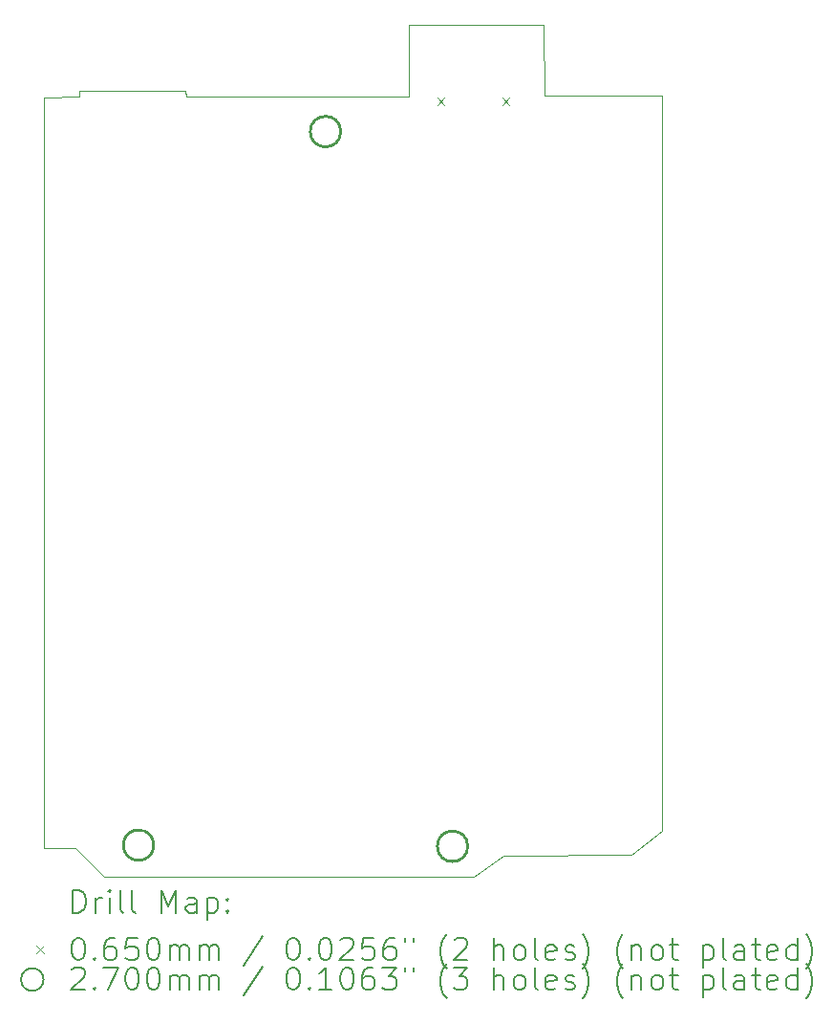
<source format=gbr>
%TF.GenerationSoftware,KiCad,Pcbnew,7.0.10*%
%TF.CreationDate,2024-01-30T02:56:00+05:30*%
%TF.ProjectId,rp2040-basic-m1,72703230-3430-42d6-9261-7369632d6d31,rev?*%
%TF.SameCoordinates,Original*%
%TF.FileFunction,Drillmap*%
%TF.FilePolarity,Positive*%
%FSLAX45Y45*%
G04 Gerber Fmt 4.5, Leading zero omitted, Abs format (unit mm)*
G04 Created by KiCad (PCBNEW 7.0.10) date 2024-01-30 02:56:00*
%MOMM*%
%LPD*%
G01*
G04 APERTURE LIST*
%ADD10C,0.100000*%
%ADD11C,0.200000*%
%ADD12C,0.270000*%
G04 APERTURE END LIST*
D10*
X8398000Y-2113050D02*
X8401000Y-2164050D01*
X11573000Y-1530050D02*
X11574000Y-2161050D01*
X7454000Y-2168050D02*
X7455000Y-2114050D01*
X7143000Y-8821050D02*
X7144000Y-2171050D01*
X12620000Y-8670000D02*
X12352500Y-8883000D01*
X10949000Y-9075050D02*
X7674000Y-9076050D01*
X7455000Y-2114050D02*
X8398000Y-2113050D01*
X11212500Y-8885000D02*
X10949000Y-9075050D01*
X8401000Y-2164050D02*
X10375000Y-2165050D01*
X10379000Y-1534050D02*
X11573000Y-1530050D01*
X10375000Y-2165050D02*
X10379000Y-1534050D01*
X7419000Y-8823050D02*
X7143000Y-8821050D01*
X7674000Y-9076050D02*
X7419000Y-8823050D01*
X12352500Y-8883000D02*
X11212500Y-8885000D01*
X11574000Y-2161050D02*
X12620000Y-2160000D01*
X12620000Y-2160000D02*
X12620000Y-8670000D01*
X7144000Y-2171050D02*
X7454000Y-2168050D01*
D11*
D10*
X10626000Y-2176550D02*
X10691000Y-2241550D01*
X10691000Y-2176550D02*
X10626000Y-2241550D01*
X11204000Y-2176550D02*
X11269000Y-2241550D01*
X11269000Y-2176550D02*
X11204000Y-2241550D01*
D12*
X8115000Y-8795000D02*
G75*
G03*
X7845000Y-8795000I-135000J0D01*
G01*
X7845000Y-8795000D02*
G75*
G03*
X8115000Y-8795000I135000J0D01*
G01*
X9772000Y-2476050D02*
G75*
G03*
X9502000Y-2476050I-135000J0D01*
G01*
X9502000Y-2476050D02*
G75*
G03*
X9772000Y-2476050I135000J0D01*
G01*
X10898000Y-8805050D02*
G75*
G03*
X10628000Y-8805050I-135000J0D01*
G01*
X10628000Y-8805050D02*
G75*
G03*
X10898000Y-8805050I135000J0D01*
G01*
D11*
X7398777Y-9392534D02*
X7398777Y-9192534D01*
X7398777Y-9192534D02*
X7446396Y-9192534D01*
X7446396Y-9192534D02*
X7474967Y-9202058D01*
X7474967Y-9202058D02*
X7494015Y-9221105D01*
X7494015Y-9221105D02*
X7503539Y-9240153D01*
X7503539Y-9240153D02*
X7513062Y-9278248D01*
X7513062Y-9278248D02*
X7513062Y-9306820D01*
X7513062Y-9306820D02*
X7503539Y-9344915D01*
X7503539Y-9344915D02*
X7494015Y-9363962D01*
X7494015Y-9363962D02*
X7474967Y-9383010D01*
X7474967Y-9383010D02*
X7446396Y-9392534D01*
X7446396Y-9392534D02*
X7398777Y-9392534D01*
X7598777Y-9392534D02*
X7598777Y-9259200D01*
X7598777Y-9297296D02*
X7608301Y-9278248D01*
X7608301Y-9278248D02*
X7617824Y-9268724D01*
X7617824Y-9268724D02*
X7636872Y-9259200D01*
X7636872Y-9259200D02*
X7655920Y-9259200D01*
X7722586Y-9392534D02*
X7722586Y-9259200D01*
X7722586Y-9192534D02*
X7713062Y-9202058D01*
X7713062Y-9202058D02*
X7722586Y-9211581D01*
X7722586Y-9211581D02*
X7732110Y-9202058D01*
X7732110Y-9202058D02*
X7722586Y-9192534D01*
X7722586Y-9192534D02*
X7722586Y-9211581D01*
X7846396Y-9392534D02*
X7827348Y-9383010D01*
X7827348Y-9383010D02*
X7817824Y-9363962D01*
X7817824Y-9363962D02*
X7817824Y-9192534D01*
X7951158Y-9392534D02*
X7932110Y-9383010D01*
X7932110Y-9383010D02*
X7922586Y-9363962D01*
X7922586Y-9363962D02*
X7922586Y-9192534D01*
X8179729Y-9392534D02*
X8179729Y-9192534D01*
X8179729Y-9192534D02*
X8246396Y-9335391D01*
X8246396Y-9335391D02*
X8313062Y-9192534D01*
X8313062Y-9192534D02*
X8313062Y-9392534D01*
X8494015Y-9392534D02*
X8494015Y-9287772D01*
X8494015Y-9287772D02*
X8484491Y-9268724D01*
X8484491Y-9268724D02*
X8465444Y-9259200D01*
X8465444Y-9259200D02*
X8427348Y-9259200D01*
X8427348Y-9259200D02*
X8408301Y-9268724D01*
X8494015Y-9383010D02*
X8474967Y-9392534D01*
X8474967Y-9392534D02*
X8427348Y-9392534D01*
X8427348Y-9392534D02*
X8408301Y-9383010D01*
X8408301Y-9383010D02*
X8398777Y-9363962D01*
X8398777Y-9363962D02*
X8398777Y-9344915D01*
X8398777Y-9344915D02*
X8408301Y-9325867D01*
X8408301Y-9325867D02*
X8427348Y-9316343D01*
X8427348Y-9316343D02*
X8474967Y-9316343D01*
X8474967Y-9316343D02*
X8494015Y-9306820D01*
X8589253Y-9259200D02*
X8589253Y-9459200D01*
X8589253Y-9268724D02*
X8608301Y-9259200D01*
X8608301Y-9259200D02*
X8646396Y-9259200D01*
X8646396Y-9259200D02*
X8665444Y-9268724D01*
X8665444Y-9268724D02*
X8674967Y-9278248D01*
X8674967Y-9278248D02*
X8684491Y-9297296D01*
X8684491Y-9297296D02*
X8684491Y-9354439D01*
X8684491Y-9354439D02*
X8674967Y-9373486D01*
X8674967Y-9373486D02*
X8665444Y-9383010D01*
X8665444Y-9383010D02*
X8646396Y-9392534D01*
X8646396Y-9392534D02*
X8608301Y-9392534D01*
X8608301Y-9392534D02*
X8589253Y-9383010D01*
X8770205Y-9373486D02*
X8779729Y-9383010D01*
X8779729Y-9383010D02*
X8770205Y-9392534D01*
X8770205Y-9392534D02*
X8760682Y-9383010D01*
X8760682Y-9383010D02*
X8770205Y-9373486D01*
X8770205Y-9373486D02*
X8770205Y-9392534D01*
X8770205Y-9268724D02*
X8779729Y-9278248D01*
X8779729Y-9278248D02*
X8770205Y-9287772D01*
X8770205Y-9287772D02*
X8760682Y-9278248D01*
X8760682Y-9278248D02*
X8770205Y-9268724D01*
X8770205Y-9268724D02*
X8770205Y-9287772D01*
D10*
X7073000Y-9688550D02*
X7138000Y-9753550D01*
X7138000Y-9688550D02*
X7073000Y-9753550D01*
D11*
X7436872Y-9612534D02*
X7455920Y-9612534D01*
X7455920Y-9612534D02*
X7474967Y-9622058D01*
X7474967Y-9622058D02*
X7484491Y-9631581D01*
X7484491Y-9631581D02*
X7494015Y-9650629D01*
X7494015Y-9650629D02*
X7503539Y-9688724D01*
X7503539Y-9688724D02*
X7503539Y-9736343D01*
X7503539Y-9736343D02*
X7494015Y-9774439D01*
X7494015Y-9774439D02*
X7484491Y-9793486D01*
X7484491Y-9793486D02*
X7474967Y-9803010D01*
X7474967Y-9803010D02*
X7455920Y-9812534D01*
X7455920Y-9812534D02*
X7436872Y-9812534D01*
X7436872Y-9812534D02*
X7417824Y-9803010D01*
X7417824Y-9803010D02*
X7408301Y-9793486D01*
X7408301Y-9793486D02*
X7398777Y-9774439D01*
X7398777Y-9774439D02*
X7389253Y-9736343D01*
X7389253Y-9736343D02*
X7389253Y-9688724D01*
X7389253Y-9688724D02*
X7398777Y-9650629D01*
X7398777Y-9650629D02*
X7408301Y-9631581D01*
X7408301Y-9631581D02*
X7417824Y-9622058D01*
X7417824Y-9622058D02*
X7436872Y-9612534D01*
X7589253Y-9793486D02*
X7598777Y-9803010D01*
X7598777Y-9803010D02*
X7589253Y-9812534D01*
X7589253Y-9812534D02*
X7579729Y-9803010D01*
X7579729Y-9803010D02*
X7589253Y-9793486D01*
X7589253Y-9793486D02*
X7589253Y-9812534D01*
X7770205Y-9612534D02*
X7732110Y-9612534D01*
X7732110Y-9612534D02*
X7713062Y-9622058D01*
X7713062Y-9622058D02*
X7703539Y-9631581D01*
X7703539Y-9631581D02*
X7684491Y-9660153D01*
X7684491Y-9660153D02*
X7674967Y-9698248D01*
X7674967Y-9698248D02*
X7674967Y-9774439D01*
X7674967Y-9774439D02*
X7684491Y-9793486D01*
X7684491Y-9793486D02*
X7694015Y-9803010D01*
X7694015Y-9803010D02*
X7713062Y-9812534D01*
X7713062Y-9812534D02*
X7751158Y-9812534D01*
X7751158Y-9812534D02*
X7770205Y-9803010D01*
X7770205Y-9803010D02*
X7779729Y-9793486D01*
X7779729Y-9793486D02*
X7789253Y-9774439D01*
X7789253Y-9774439D02*
X7789253Y-9726820D01*
X7789253Y-9726820D02*
X7779729Y-9707772D01*
X7779729Y-9707772D02*
X7770205Y-9698248D01*
X7770205Y-9698248D02*
X7751158Y-9688724D01*
X7751158Y-9688724D02*
X7713062Y-9688724D01*
X7713062Y-9688724D02*
X7694015Y-9698248D01*
X7694015Y-9698248D02*
X7684491Y-9707772D01*
X7684491Y-9707772D02*
X7674967Y-9726820D01*
X7970205Y-9612534D02*
X7874967Y-9612534D01*
X7874967Y-9612534D02*
X7865443Y-9707772D01*
X7865443Y-9707772D02*
X7874967Y-9698248D01*
X7874967Y-9698248D02*
X7894015Y-9688724D01*
X7894015Y-9688724D02*
X7941634Y-9688724D01*
X7941634Y-9688724D02*
X7960682Y-9698248D01*
X7960682Y-9698248D02*
X7970205Y-9707772D01*
X7970205Y-9707772D02*
X7979729Y-9726820D01*
X7979729Y-9726820D02*
X7979729Y-9774439D01*
X7979729Y-9774439D02*
X7970205Y-9793486D01*
X7970205Y-9793486D02*
X7960682Y-9803010D01*
X7960682Y-9803010D02*
X7941634Y-9812534D01*
X7941634Y-9812534D02*
X7894015Y-9812534D01*
X7894015Y-9812534D02*
X7874967Y-9803010D01*
X7874967Y-9803010D02*
X7865443Y-9793486D01*
X8103539Y-9612534D02*
X8122586Y-9612534D01*
X8122586Y-9612534D02*
X8141634Y-9622058D01*
X8141634Y-9622058D02*
X8151158Y-9631581D01*
X8151158Y-9631581D02*
X8160682Y-9650629D01*
X8160682Y-9650629D02*
X8170205Y-9688724D01*
X8170205Y-9688724D02*
X8170205Y-9736343D01*
X8170205Y-9736343D02*
X8160682Y-9774439D01*
X8160682Y-9774439D02*
X8151158Y-9793486D01*
X8151158Y-9793486D02*
X8141634Y-9803010D01*
X8141634Y-9803010D02*
X8122586Y-9812534D01*
X8122586Y-9812534D02*
X8103539Y-9812534D01*
X8103539Y-9812534D02*
X8084491Y-9803010D01*
X8084491Y-9803010D02*
X8074967Y-9793486D01*
X8074967Y-9793486D02*
X8065443Y-9774439D01*
X8065443Y-9774439D02*
X8055920Y-9736343D01*
X8055920Y-9736343D02*
X8055920Y-9688724D01*
X8055920Y-9688724D02*
X8065443Y-9650629D01*
X8065443Y-9650629D02*
X8074967Y-9631581D01*
X8074967Y-9631581D02*
X8084491Y-9622058D01*
X8084491Y-9622058D02*
X8103539Y-9612534D01*
X8255920Y-9812534D02*
X8255920Y-9679200D01*
X8255920Y-9698248D02*
X8265443Y-9688724D01*
X8265443Y-9688724D02*
X8284491Y-9679200D01*
X8284491Y-9679200D02*
X8313063Y-9679200D01*
X8313063Y-9679200D02*
X8332110Y-9688724D01*
X8332110Y-9688724D02*
X8341634Y-9707772D01*
X8341634Y-9707772D02*
X8341634Y-9812534D01*
X8341634Y-9707772D02*
X8351158Y-9688724D01*
X8351158Y-9688724D02*
X8370205Y-9679200D01*
X8370205Y-9679200D02*
X8398777Y-9679200D01*
X8398777Y-9679200D02*
X8417825Y-9688724D01*
X8417825Y-9688724D02*
X8427348Y-9707772D01*
X8427348Y-9707772D02*
X8427348Y-9812534D01*
X8522586Y-9812534D02*
X8522586Y-9679200D01*
X8522586Y-9698248D02*
X8532110Y-9688724D01*
X8532110Y-9688724D02*
X8551158Y-9679200D01*
X8551158Y-9679200D02*
X8579729Y-9679200D01*
X8579729Y-9679200D02*
X8598777Y-9688724D01*
X8598777Y-9688724D02*
X8608301Y-9707772D01*
X8608301Y-9707772D02*
X8608301Y-9812534D01*
X8608301Y-9707772D02*
X8617825Y-9688724D01*
X8617825Y-9688724D02*
X8636872Y-9679200D01*
X8636872Y-9679200D02*
X8665444Y-9679200D01*
X8665444Y-9679200D02*
X8684491Y-9688724D01*
X8684491Y-9688724D02*
X8694015Y-9707772D01*
X8694015Y-9707772D02*
X8694015Y-9812534D01*
X9084491Y-9603010D02*
X8913063Y-9860153D01*
X9341634Y-9612534D02*
X9360682Y-9612534D01*
X9360682Y-9612534D02*
X9379729Y-9622058D01*
X9379729Y-9622058D02*
X9389253Y-9631581D01*
X9389253Y-9631581D02*
X9398777Y-9650629D01*
X9398777Y-9650629D02*
X9408301Y-9688724D01*
X9408301Y-9688724D02*
X9408301Y-9736343D01*
X9408301Y-9736343D02*
X9398777Y-9774439D01*
X9398777Y-9774439D02*
X9389253Y-9793486D01*
X9389253Y-9793486D02*
X9379729Y-9803010D01*
X9379729Y-9803010D02*
X9360682Y-9812534D01*
X9360682Y-9812534D02*
X9341634Y-9812534D01*
X9341634Y-9812534D02*
X9322587Y-9803010D01*
X9322587Y-9803010D02*
X9313063Y-9793486D01*
X9313063Y-9793486D02*
X9303539Y-9774439D01*
X9303539Y-9774439D02*
X9294015Y-9736343D01*
X9294015Y-9736343D02*
X9294015Y-9688724D01*
X9294015Y-9688724D02*
X9303539Y-9650629D01*
X9303539Y-9650629D02*
X9313063Y-9631581D01*
X9313063Y-9631581D02*
X9322587Y-9622058D01*
X9322587Y-9622058D02*
X9341634Y-9612534D01*
X9494015Y-9793486D02*
X9503539Y-9803010D01*
X9503539Y-9803010D02*
X9494015Y-9812534D01*
X9494015Y-9812534D02*
X9484491Y-9803010D01*
X9484491Y-9803010D02*
X9494015Y-9793486D01*
X9494015Y-9793486D02*
X9494015Y-9812534D01*
X9627348Y-9612534D02*
X9646396Y-9612534D01*
X9646396Y-9612534D02*
X9665444Y-9622058D01*
X9665444Y-9622058D02*
X9674968Y-9631581D01*
X9674968Y-9631581D02*
X9684491Y-9650629D01*
X9684491Y-9650629D02*
X9694015Y-9688724D01*
X9694015Y-9688724D02*
X9694015Y-9736343D01*
X9694015Y-9736343D02*
X9684491Y-9774439D01*
X9684491Y-9774439D02*
X9674968Y-9793486D01*
X9674968Y-9793486D02*
X9665444Y-9803010D01*
X9665444Y-9803010D02*
X9646396Y-9812534D01*
X9646396Y-9812534D02*
X9627348Y-9812534D01*
X9627348Y-9812534D02*
X9608301Y-9803010D01*
X9608301Y-9803010D02*
X9598777Y-9793486D01*
X9598777Y-9793486D02*
X9589253Y-9774439D01*
X9589253Y-9774439D02*
X9579729Y-9736343D01*
X9579729Y-9736343D02*
X9579729Y-9688724D01*
X9579729Y-9688724D02*
X9589253Y-9650629D01*
X9589253Y-9650629D02*
X9598777Y-9631581D01*
X9598777Y-9631581D02*
X9608301Y-9622058D01*
X9608301Y-9622058D02*
X9627348Y-9612534D01*
X9770206Y-9631581D02*
X9779729Y-9622058D01*
X9779729Y-9622058D02*
X9798777Y-9612534D01*
X9798777Y-9612534D02*
X9846396Y-9612534D01*
X9846396Y-9612534D02*
X9865444Y-9622058D01*
X9865444Y-9622058D02*
X9874968Y-9631581D01*
X9874968Y-9631581D02*
X9884491Y-9650629D01*
X9884491Y-9650629D02*
X9884491Y-9669677D01*
X9884491Y-9669677D02*
X9874968Y-9698248D01*
X9874968Y-9698248D02*
X9760682Y-9812534D01*
X9760682Y-9812534D02*
X9884491Y-9812534D01*
X10065444Y-9612534D02*
X9970206Y-9612534D01*
X9970206Y-9612534D02*
X9960682Y-9707772D01*
X9960682Y-9707772D02*
X9970206Y-9698248D01*
X9970206Y-9698248D02*
X9989253Y-9688724D01*
X9989253Y-9688724D02*
X10036872Y-9688724D01*
X10036872Y-9688724D02*
X10055920Y-9698248D01*
X10055920Y-9698248D02*
X10065444Y-9707772D01*
X10065444Y-9707772D02*
X10074968Y-9726820D01*
X10074968Y-9726820D02*
X10074968Y-9774439D01*
X10074968Y-9774439D02*
X10065444Y-9793486D01*
X10065444Y-9793486D02*
X10055920Y-9803010D01*
X10055920Y-9803010D02*
X10036872Y-9812534D01*
X10036872Y-9812534D02*
X9989253Y-9812534D01*
X9989253Y-9812534D02*
X9970206Y-9803010D01*
X9970206Y-9803010D02*
X9960682Y-9793486D01*
X10246396Y-9612534D02*
X10208301Y-9612534D01*
X10208301Y-9612534D02*
X10189253Y-9622058D01*
X10189253Y-9622058D02*
X10179729Y-9631581D01*
X10179729Y-9631581D02*
X10160682Y-9660153D01*
X10160682Y-9660153D02*
X10151158Y-9698248D01*
X10151158Y-9698248D02*
X10151158Y-9774439D01*
X10151158Y-9774439D02*
X10160682Y-9793486D01*
X10160682Y-9793486D02*
X10170206Y-9803010D01*
X10170206Y-9803010D02*
X10189253Y-9812534D01*
X10189253Y-9812534D02*
X10227349Y-9812534D01*
X10227349Y-9812534D02*
X10246396Y-9803010D01*
X10246396Y-9803010D02*
X10255920Y-9793486D01*
X10255920Y-9793486D02*
X10265444Y-9774439D01*
X10265444Y-9774439D02*
X10265444Y-9726820D01*
X10265444Y-9726820D02*
X10255920Y-9707772D01*
X10255920Y-9707772D02*
X10246396Y-9698248D01*
X10246396Y-9698248D02*
X10227349Y-9688724D01*
X10227349Y-9688724D02*
X10189253Y-9688724D01*
X10189253Y-9688724D02*
X10170206Y-9698248D01*
X10170206Y-9698248D02*
X10160682Y-9707772D01*
X10160682Y-9707772D02*
X10151158Y-9726820D01*
X10341634Y-9612534D02*
X10341634Y-9650629D01*
X10417825Y-9612534D02*
X10417825Y-9650629D01*
X10713063Y-9888724D02*
X10703539Y-9879200D01*
X10703539Y-9879200D02*
X10684491Y-9850629D01*
X10684491Y-9850629D02*
X10674968Y-9831581D01*
X10674968Y-9831581D02*
X10665444Y-9803010D01*
X10665444Y-9803010D02*
X10655920Y-9755391D01*
X10655920Y-9755391D02*
X10655920Y-9717296D01*
X10655920Y-9717296D02*
X10665444Y-9669677D01*
X10665444Y-9669677D02*
X10674968Y-9641105D01*
X10674968Y-9641105D02*
X10684491Y-9622058D01*
X10684491Y-9622058D02*
X10703539Y-9593486D01*
X10703539Y-9593486D02*
X10713063Y-9583962D01*
X10779730Y-9631581D02*
X10789253Y-9622058D01*
X10789253Y-9622058D02*
X10808301Y-9612534D01*
X10808301Y-9612534D02*
X10855920Y-9612534D01*
X10855920Y-9612534D02*
X10874968Y-9622058D01*
X10874968Y-9622058D02*
X10884491Y-9631581D01*
X10884491Y-9631581D02*
X10894015Y-9650629D01*
X10894015Y-9650629D02*
X10894015Y-9669677D01*
X10894015Y-9669677D02*
X10884491Y-9698248D01*
X10884491Y-9698248D02*
X10770206Y-9812534D01*
X10770206Y-9812534D02*
X10894015Y-9812534D01*
X11132111Y-9812534D02*
X11132111Y-9612534D01*
X11217825Y-9812534D02*
X11217825Y-9707772D01*
X11217825Y-9707772D02*
X11208301Y-9688724D01*
X11208301Y-9688724D02*
X11189253Y-9679200D01*
X11189253Y-9679200D02*
X11160682Y-9679200D01*
X11160682Y-9679200D02*
X11141634Y-9688724D01*
X11141634Y-9688724D02*
X11132111Y-9698248D01*
X11341634Y-9812534D02*
X11322587Y-9803010D01*
X11322587Y-9803010D02*
X11313063Y-9793486D01*
X11313063Y-9793486D02*
X11303539Y-9774439D01*
X11303539Y-9774439D02*
X11303539Y-9717296D01*
X11303539Y-9717296D02*
X11313063Y-9698248D01*
X11313063Y-9698248D02*
X11322587Y-9688724D01*
X11322587Y-9688724D02*
X11341634Y-9679200D01*
X11341634Y-9679200D02*
X11370206Y-9679200D01*
X11370206Y-9679200D02*
X11389253Y-9688724D01*
X11389253Y-9688724D02*
X11398777Y-9698248D01*
X11398777Y-9698248D02*
X11408301Y-9717296D01*
X11408301Y-9717296D02*
X11408301Y-9774439D01*
X11408301Y-9774439D02*
X11398777Y-9793486D01*
X11398777Y-9793486D02*
X11389253Y-9803010D01*
X11389253Y-9803010D02*
X11370206Y-9812534D01*
X11370206Y-9812534D02*
X11341634Y-9812534D01*
X11522587Y-9812534D02*
X11503539Y-9803010D01*
X11503539Y-9803010D02*
X11494015Y-9783962D01*
X11494015Y-9783962D02*
X11494015Y-9612534D01*
X11674968Y-9803010D02*
X11655920Y-9812534D01*
X11655920Y-9812534D02*
X11617825Y-9812534D01*
X11617825Y-9812534D02*
X11598777Y-9803010D01*
X11598777Y-9803010D02*
X11589253Y-9783962D01*
X11589253Y-9783962D02*
X11589253Y-9707772D01*
X11589253Y-9707772D02*
X11598777Y-9688724D01*
X11598777Y-9688724D02*
X11617825Y-9679200D01*
X11617825Y-9679200D02*
X11655920Y-9679200D01*
X11655920Y-9679200D02*
X11674968Y-9688724D01*
X11674968Y-9688724D02*
X11684491Y-9707772D01*
X11684491Y-9707772D02*
X11684491Y-9726820D01*
X11684491Y-9726820D02*
X11589253Y-9745867D01*
X11760682Y-9803010D02*
X11779730Y-9812534D01*
X11779730Y-9812534D02*
X11817825Y-9812534D01*
X11817825Y-9812534D02*
X11836872Y-9803010D01*
X11836872Y-9803010D02*
X11846396Y-9783962D01*
X11846396Y-9783962D02*
X11846396Y-9774439D01*
X11846396Y-9774439D02*
X11836872Y-9755391D01*
X11836872Y-9755391D02*
X11817825Y-9745867D01*
X11817825Y-9745867D02*
X11789253Y-9745867D01*
X11789253Y-9745867D02*
X11770206Y-9736343D01*
X11770206Y-9736343D02*
X11760682Y-9717296D01*
X11760682Y-9717296D02*
X11760682Y-9707772D01*
X11760682Y-9707772D02*
X11770206Y-9688724D01*
X11770206Y-9688724D02*
X11789253Y-9679200D01*
X11789253Y-9679200D02*
X11817825Y-9679200D01*
X11817825Y-9679200D02*
X11836872Y-9688724D01*
X11913063Y-9888724D02*
X11922587Y-9879200D01*
X11922587Y-9879200D02*
X11941634Y-9850629D01*
X11941634Y-9850629D02*
X11951158Y-9831581D01*
X11951158Y-9831581D02*
X11960682Y-9803010D01*
X11960682Y-9803010D02*
X11970206Y-9755391D01*
X11970206Y-9755391D02*
X11970206Y-9717296D01*
X11970206Y-9717296D02*
X11960682Y-9669677D01*
X11960682Y-9669677D02*
X11951158Y-9641105D01*
X11951158Y-9641105D02*
X11941634Y-9622058D01*
X11941634Y-9622058D02*
X11922587Y-9593486D01*
X11922587Y-9593486D02*
X11913063Y-9583962D01*
X12274968Y-9888724D02*
X12265444Y-9879200D01*
X12265444Y-9879200D02*
X12246396Y-9850629D01*
X12246396Y-9850629D02*
X12236872Y-9831581D01*
X12236872Y-9831581D02*
X12227349Y-9803010D01*
X12227349Y-9803010D02*
X12217825Y-9755391D01*
X12217825Y-9755391D02*
X12217825Y-9717296D01*
X12217825Y-9717296D02*
X12227349Y-9669677D01*
X12227349Y-9669677D02*
X12236872Y-9641105D01*
X12236872Y-9641105D02*
X12246396Y-9622058D01*
X12246396Y-9622058D02*
X12265444Y-9593486D01*
X12265444Y-9593486D02*
X12274968Y-9583962D01*
X12351158Y-9679200D02*
X12351158Y-9812534D01*
X12351158Y-9698248D02*
X12360682Y-9688724D01*
X12360682Y-9688724D02*
X12379730Y-9679200D01*
X12379730Y-9679200D02*
X12408301Y-9679200D01*
X12408301Y-9679200D02*
X12427349Y-9688724D01*
X12427349Y-9688724D02*
X12436872Y-9707772D01*
X12436872Y-9707772D02*
X12436872Y-9812534D01*
X12560682Y-9812534D02*
X12541634Y-9803010D01*
X12541634Y-9803010D02*
X12532111Y-9793486D01*
X12532111Y-9793486D02*
X12522587Y-9774439D01*
X12522587Y-9774439D02*
X12522587Y-9717296D01*
X12522587Y-9717296D02*
X12532111Y-9698248D01*
X12532111Y-9698248D02*
X12541634Y-9688724D01*
X12541634Y-9688724D02*
X12560682Y-9679200D01*
X12560682Y-9679200D02*
X12589253Y-9679200D01*
X12589253Y-9679200D02*
X12608301Y-9688724D01*
X12608301Y-9688724D02*
X12617825Y-9698248D01*
X12617825Y-9698248D02*
X12627349Y-9717296D01*
X12627349Y-9717296D02*
X12627349Y-9774439D01*
X12627349Y-9774439D02*
X12617825Y-9793486D01*
X12617825Y-9793486D02*
X12608301Y-9803010D01*
X12608301Y-9803010D02*
X12589253Y-9812534D01*
X12589253Y-9812534D02*
X12560682Y-9812534D01*
X12684492Y-9679200D02*
X12760682Y-9679200D01*
X12713063Y-9612534D02*
X12713063Y-9783962D01*
X12713063Y-9783962D02*
X12722587Y-9803010D01*
X12722587Y-9803010D02*
X12741634Y-9812534D01*
X12741634Y-9812534D02*
X12760682Y-9812534D01*
X12979730Y-9679200D02*
X12979730Y-9879200D01*
X12979730Y-9688724D02*
X12998777Y-9679200D01*
X12998777Y-9679200D02*
X13036873Y-9679200D01*
X13036873Y-9679200D02*
X13055920Y-9688724D01*
X13055920Y-9688724D02*
X13065444Y-9698248D01*
X13065444Y-9698248D02*
X13074968Y-9717296D01*
X13074968Y-9717296D02*
X13074968Y-9774439D01*
X13074968Y-9774439D02*
X13065444Y-9793486D01*
X13065444Y-9793486D02*
X13055920Y-9803010D01*
X13055920Y-9803010D02*
X13036873Y-9812534D01*
X13036873Y-9812534D02*
X12998777Y-9812534D01*
X12998777Y-9812534D02*
X12979730Y-9803010D01*
X13189253Y-9812534D02*
X13170206Y-9803010D01*
X13170206Y-9803010D02*
X13160682Y-9783962D01*
X13160682Y-9783962D02*
X13160682Y-9612534D01*
X13351158Y-9812534D02*
X13351158Y-9707772D01*
X13351158Y-9707772D02*
X13341634Y-9688724D01*
X13341634Y-9688724D02*
X13322587Y-9679200D01*
X13322587Y-9679200D02*
X13284492Y-9679200D01*
X13284492Y-9679200D02*
X13265444Y-9688724D01*
X13351158Y-9803010D02*
X13332111Y-9812534D01*
X13332111Y-9812534D02*
X13284492Y-9812534D01*
X13284492Y-9812534D02*
X13265444Y-9803010D01*
X13265444Y-9803010D02*
X13255920Y-9783962D01*
X13255920Y-9783962D02*
X13255920Y-9764915D01*
X13255920Y-9764915D02*
X13265444Y-9745867D01*
X13265444Y-9745867D02*
X13284492Y-9736343D01*
X13284492Y-9736343D02*
X13332111Y-9736343D01*
X13332111Y-9736343D02*
X13351158Y-9726820D01*
X13417825Y-9679200D02*
X13494015Y-9679200D01*
X13446396Y-9612534D02*
X13446396Y-9783962D01*
X13446396Y-9783962D02*
X13455920Y-9803010D01*
X13455920Y-9803010D02*
X13474968Y-9812534D01*
X13474968Y-9812534D02*
X13494015Y-9812534D01*
X13636873Y-9803010D02*
X13617825Y-9812534D01*
X13617825Y-9812534D02*
X13579730Y-9812534D01*
X13579730Y-9812534D02*
X13560682Y-9803010D01*
X13560682Y-9803010D02*
X13551158Y-9783962D01*
X13551158Y-9783962D02*
X13551158Y-9707772D01*
X13551158Y-9707772D02*
X13560682Y-9688724D01*
X13560682Y-9688724D02*
X13579730Y-9679200D01*
X13579730Y-9679200D02*
X13617825Y-9679200D01*
X13617825Y-9679200D02*
X13636873Y-9688724D01*
X13636873Y-9688724D02*
X13646396Y-9707772D01*
X13646396Y-9707772D02*
X13646396Y-9726820D01*
X13646396Y-9726820D02*
X13551158Y-9745867D01*
X13817825Y-9812534D02*
X13817825Y-9612534D01*
X13817825Y-9803010D02*
X13798777Y-9812534D01*
X13798777Y-9812534D02*
X13760682Y-9812534D01*
X13760682Y-9812534D02*
X13741634Y-9803010D01*
X13741634Y-9803010D02*
X13732111Y-9793486D01*
X13732111Y-9793486D02*
X13722587Y-9774439D01*
X13722587Y-9774439D02*
X13722587Y-9717296D01*
X13722587Y-9717296D02*
X13732111Y-9698248D01*
X13732111Y-9698248D02*
X13741634Y-9688724D01*
X13741634Y-9688724D02*
X13760682Y-9679200D01*
X13760682Y-9679200D02*
X13798777Y-9679200D01*
X13798777Y-9679200D02*
X13817825Y-9688724D01*
X13894015Y-9888724D02*
X13903539Y-9879200D01*
X13903539Y-9879200D02*
X13922587Y-9850629D01*
X13922587Y-9850629D02*
X13932111Y-9831581D01*
X13932111Y-9831581D02*
X13941634Y-9803010D01*
X13941634Y-9803010D02*
X13951158Y-9755391D01*
X13951158Y-9755391D02*
X13951158Y-9717296D01*
X13951158Y-9717296D02*
X13941634Y-9669677D01*
X13941634Y-9669677D02*
X13932111Y-9641105D01*
X13932111Y-9641105D02*
X13922587Y-9622058D01*
X13922587Y-9622058D02*
X13903539Y-9593486D01*
X13903539Y-9593486D02*
X13894015Y-9583962D01*
X7138000Y-9985050D02*
G75*
G03*
X6938000Y-9985050I-100000J0D01*
G01*
X6938000Y-9985050D02*
G75*
G03*
X7138000Y-9985050I100000J0D01*
G01*
X7389253Y-9895581D02*
X7398777Y-9886058D01*
X7398777Y-9886058D02*
X7417824Y-9876534D01*
X7417824Y-9876534D02*
X7465443Y-9876534D01*
X7465443Y-9876534D02*
X7484491Y-9886058D01*
X7484491Y-9886058D02*
X7494015Y-9895581D01*
X7494015Y-9895581D02*
X7503539Y-9914629D01*
X7503539Y-9914629D02*
X7503539Y-9933677D01*
X7503539Y-9933677D02*
X7494015Y-9962248D01*
X7494015Y-9962248D02*
X7379729Y-10076534D01*
X7379729Y-10076534D02*
X7503539Y-10076534D01*
X7589253Y-10057486D02*
X7598777Y-10067010D01*
X7598777Y-10067010D02*
X7589253Y-10076534D01*
X7589253Y-10076534D02*
X7579729Y-10067010D01*
X7579729Y-10067010D02*
X7589253Y-10057486D01*
X7589253Y-10057486D02*
X7589253Y-10076534D01*
X7665443Y-9876534D02*
X7798777Y-9876534D01*
X7798777Y-9876534D02*
X7713062Y-10076534D01*
X7913062Y-9876534D02*
X7932110Y-9876534D01*
X7932110Y-9876534D02*
X7951158Y-9886058D01*
X7951158Y-9886058D02*
X7960682Y-9895581D01*
X7960682Y-9895581D02*
X7970205Y-9914629D01*
X7970205Y-9914629D02*
X7979729Y-9952724D01*
X7979729Y-9952724D02*
X7979729Y-10000343D01*
X7979729Y-10000343D02*
X7970205Y-10038439D01*
X7970205Y-10038439D02*
X7960682Y-10057486D01*
X7960682Y-10057486D02*
X7951158Y-10067010D01*
X7951158Y-10067010D02*
X7932110Y-10076534D01*
X7932110Y-10076534D02*
X7913062Y-10076534D01*
X7913062Y-10076534D02*
X7894015Y-10067010D01*
X7894015Y-10067010D02*
X7884491Y-10057486D01*
X7884491Y-10057486D02*
X7874967Y-10038439D01*
X7874967Y-10038439D02*
X7865443Y-10000343D01*
X7865443Y-10000343D02*
X7865443Y-9952724D01*
X7865443Y-9952724D02*
X7874967Y-9914629D01*
X7874967Y-9914629D02*
X7884491Y-9895581D01*
X7884491Y-9895581D02*
X7894015Y-9886058D01*
X7894015Y-9886058D02*
X7913062Y-9876534D01*
X8103539Y-9876534D02*
X8122586Y-9876534D01*
X8122586Y-9876534D02*
X8141634Y-9886058D01*
X8141634Y-9886058D02*
X8151158Y-9895581D01*
X8151158Y-9895581D02*
X8160682Y-9914629D01*
X8160682Y-9914629D02*
X8170205Y-9952724D01*
X8170205Y-9952724D02*
X8170205Y-10000343D01*
X8170205Y-10000343D02*
X8160682Y-10038439D01*
X8160682Y-10038439D02*
X8151158Y-10057486D01*
X8151158Y-10057486D02*
X8141634Y-10067010D01*
X8141634Y-10067010D02*
X8122586Y-10076534D01*
X8122586Y-10076534D02*
X8103539Y-10076534D01*
X8103539Y-10076534D02*
X8084491Y-10067010D01*
X8084491Y-10067010D02*
X8074967Y-10057486D01*
X8074967Y-10057486D02*
X8065443Y-10038439D01*
X8065443Y-10038439D02*
X8055920Y-10000343D01*
X8055920Y-10000343D02*
X8055920Y-9952724D01*
X8055920Y-9952724D02*
X8065443Y-9914629D01*
X8065443Y-9914629D02*
X8074967Y-9895581D01*
X8074967Y-9895581D02*
X8084491Y-9886058D01*
X8084491Y-9886058D02*
X8103539Y-9876534D01*
X8255920Y-10076534D02*
X8255920Y-9943200D01*
X8255920Y-9962248D02*
X8265443Y-9952724D01*
X8265443Y-9952724D02*
X8284491Y-9943200D01*
X8284491Y-9943200D02*
X8313063Y-9943200D01*
X8313063Y-9943200D02*
X8332110Y-9952724D01*
X8332110Y-9952724D02*
X8341634Y-9971772D01*
X8341634Y-9971772D02*
X8341634Y-10076534D01*
X8341634Y-9971772D02*
X8351158Y-9952724D01*
X8351158Y-9952724D02*
X8370205Y-9943200D01*
X8370205Y-9943200D02*
X8398777Y-9943200D01*
X8398777Y-9943200D02*
X8417825Y-9952724D01*
X8417825Y-9952724D02*
X8427348Y-9971772D01*
X8427348Y-9971772D02*
X8427348Y-10076534D01*
X8522586Y-10076534D02*
X8522586Y-9943200D01*
X8522586Y-9962248D02*
X8532110Y-9952724D01*
X8532110Y-9952724D02*
X8551158Y-9943200D01*
X8551158Y-9943200D02*
X8579729Y-9943200D01*
X8579729Y-9943200D02*
X8598777Y-9952724D01*
X8598777Y-9952724D02*
X8608301Y-9971772D01*
X8608301Y-9971772D02*
X8608301Y-10076534D01*
X8608301Y-9971772D02*
X8617825Y-9952724D01*
X8617825Y-9952724D02*
X8636872Y-9943200D01*
X8636872Y-9943200D02*
X8665444Y-9943200D01*
X8665444Y-9943200D02*
X8684491Y-9952724D01*
X8684491Y-9952724D02*
X8694015Y-9971772D01*
X8694015Y-9971772D02*
X8694015Y-10076534D01*
X9084491Y-9867010D02*
X8913063Y-10124153D01*
X9341634Y-9876534D02*
X9360682Y-9876534D01*
X9360682Y-9876534D02*
X9379729Y-9886058D01*
X9379729Y-9886058D02*
X9389253Y-9895581D01*
X9389253Y-9895581D02*
X9398777Y-9914629D01*
X9398777Y-9914629D02*
X9408301Y-9952724D01*
X9408301Y-9952724D02*
X9408301Y-10000343D01*
X9408301Y-10000343D02*
X9398777Y-10038439D01*
X9398777Y-10038439D02*
X9389253Y-10057486D01*
X9389253Y-10057486D02*
X9379729Y-10067010D01*
X9379729Y-10067010D02*
X9360682Y-10076534D01*
X9360682Y-10076534D02*
X9341634Y-10076534D01*
X9341634Y-10076534D02*
X9322587Y-10067010D01*
X9322587Y-10067010D02*
X9313063Y-10057486D01*
X9313063Y-10057486D02*
X9303539Y-10038439D01*
X9303539Y-10038439D02*
X9294015Y-10000343D01*
X9294015Y-10000343D02*
X9294015Y-9952724D01*
X9294015Y-9952724D02*
X9303539Y-9914629D01*
X9303539Y-9914629D02*
X9313063Y-9895581D01*
X9313063Y-9895581D02*
X9322587Y-9886058D01*
X9322587Y-9886058D02*
X9341634Y-9876534D01*
X9494015Y-10057486D02*
X9503539Y-10067010D01*
X9503539Y-10067010D02*
X9494015Y-10076534D01*
X9494015Y-10076534D02*
X9484491Y-10067010D01*
X9484491Y-10067010D02*
X9494015Y-10057486D01*
X9494015Y-10057486D02*
X9494015Y-10076534D01*
X9694015Y-10076534D02*
X9579729Y-10076534D01*
X9636872Y-10076534D02*
X9636872Y-9876534D01*
X9636872Y-9876534D02*
X9617825Y-9905105D01*
X9617825Y-9905105D02*
X9598777Y-9924153D01*
X9598777Y-9924153D02*
X9579729Y-9933677D01*
X9817825Y-9876534D02*
X9836872Y-9876534D01*
X9836872Y-9876534D02*
X9855920Y-9886058D01*
X9855920Y-9886058D02*
X9865444Y-9895581D01*
X9865444Y-9895581D02*
X9874968Y-9914629D01*
X9874968Y-9914629D02*
X9884491Y-9952724D01*
X9884491Y-9952724D02*
X9884491Y-10000343D01*
X9884491Y-10000343D02*
X9874968Y-10038439D01*
X9874968Y-10038439D02*
X9865444Y-10057486D01*
X9865444Y-10057486D02*
X9855920Y-10067010D01*
X9855920Y-10067010D02*
X9836872Y-10076534D01*
X9836872Y-10076534D02*
X9817825Y-10076534D01*
X9817825Y-10076534D02*
X9798777Y-10067010D01*
X9798777Y-10067010D02*
X9789253Y-10057486D01*
X9789253Y-10057486D02*
X9779729Y-10038439D01*
X9779729Y-10038439D02*
X9770206Y-10000343D01*
X9770206Y-10000343D02*
X9770206Y-9952724D01*
X9770206Y-9952724D02*
X9779729Y-9914629D01*
X9779729Y-9914629D02*
X9789253Y-9895581D01*
X9789253Y-9895581D02*
X9798777Y-9886058D01*
X9798777Y-9886058D02*
X9817825Y-9876534D01*
X10055920Y-9876534D02*
X10017825Y-9876534D01*
X10017825Y-9876534D02*
X9998777Y-9886058D01*
X9998777Y-9886058D02*
X9989253Y-9895581D01*
X9989253Y-9895581D02*
X9970206Y-9924153D01*
X9970206Y-9924153D02*
X9960682Y-9962248D01*
X9960682Y-9962248D02*
X9960682Y-10038439D01*
X9960682Y-10038439D02*
X9970206Y-10057486D01*
X9970206Y-10057486D02*
X9979729Y-10067010D01*
X9979729Y-10067010D02*
X9998777Y-10076534D01*
X9998777Y-10076534D02*
X10036872Y-10076534D01*
X10036872Y-10076534D02*
X10055920Y-10067010D01*
X10055920Y-10067010D02*
X10065444Y-10057486D01*
X10065444Y-10057486D02*
X10074968Y-10038439D01*
X10074968Y-10038439D02*
X10074968Y-9990820D01*
X10074968Y-9990820D02*
X10065444Y-9971772D01*
X10065444Y-9971772D02*
X10055920Y-9962248D01*
X10055920Y-9962248D02*
X10036872Y-9952724D01*
X10036872Y-9952724D02*
X9998777Y-9952724D01*
X9998777Y-9952724D02*
X9979729Y-9962248D01*
X9979729Y-9962248D02*
X9970206Y-9971772D01*
X9970206Y-9971772D02*
X9960682Y-9990820D01*
X10141634Y-9876534D02*
X10265444Y-9876534D01*
X10265444Y-9876534D02*
X10198777Y-9952724D01*
X10198777Y-9952724D02*
X10227349Y-9952724D01*
X10227349Y-9952724D02*
X10246396Y-9962248D01*
X10246396Y-9962248D02*
X10255920Y-9971772D01*
X10255920Y-9971772D02*
X10265444Y-9990820D01*
X10265444Y-9990820D02*
X10265444Y-10038439D01*
X10265444Y-10038439D02*
X10255920Y-10057486D01*
X10255920Y-10057486D02*
X10246396Y-10067010D01*
X10246396Y-10067010D02*
X10227349Y-10076534D01*
X10227349Y-10076534D02*
X10170206Y-10076534D01*
X10170206Y-10076534D02*
X10151158Y-10067010D01*
X10151158Y-10067010D02*
X10141634Y-10057486D01*
X10341634Y-9876534D02*
X10341634Y-9914629D01*
X10417825Y-9876534D02*
X10417825Y-9914629D01*
X10713063Y-10152724D02*
X10703539Y-10143200D01*
X10703539Y-10143200D02*
X10684491Y-10114629D01*
X10684491Y-10114629D02*
X10674968Y-10095581D01*
X10674968Y-10095581D02*
X10665444Y-10067010D01*
X10665444Y-10067010D02*
X10655920Y-10019391D01*
X10655920Y-10019391D02*
X10655920Y-9981296D01*
X10655920Y-9981296D02*
X10665444Y-9933677D01*
X10665444Y-9933677D02*
X10674968Y-9905105D01*
X10674968Y-9905105D02*
X10684491Y-9886058D01*
X10684491Y-9886058D02*
X10703539Y-9857486D01*
X10703539Y-9857486D02*
X10713063Y-9847962D01*
X10770206Y-9876534D02*
X10894015Y-9876534D01*
X10894015Y-9876534D02*
X10827349Y-9952724D01*
X10827349Y-9952724D02*
X10855920Y-9952724D01*
X10855920Y-9952724D02*
X10874968Y-9962248D01*
X10874968Y-9962248D02*
X10884491Y-9971772D01*
X10884491Y-9971772D02*
X10894015Y-9990820D01*
X10894015Y-9990820D02*
X10894015Y-10038439D01*
X10894015Y-10038439D02*
X10884491Y-10057486D01*
X10884491Y-10057486D02*
X10874968Y-10067010D01*
X10874968Y-10067010D02*
X10855920Y-10076534D01*
X10855920Y-10076534D02*
X10798777Y-10076534D01*
X10798777Y-10076534D02*
X10779730Y-10067010D01*
X10779730Y-10067010D02*
X10770206Y-10057486D01*
X11132111Y-10076534D02*
X11132111Y-9876534D01*
X11217825Y-10076534D02*
X11217825Y-9971772D01*
X11217825Y-9971772D02*
X11208301Y-9952724D01*
X11208301Y-9952724D02*
X11189253Y-9943200D01*
X11189253Y-9943200D02*
X11160682Y-9943200D01*
X11160682Y-9943200D02*
X11141634Y-9952724D01*
X11141634Y-9952724D02*
X11132111Y-9962248D01*
X11341634Y-10076534D02*
X11322587Y-10067010D01*
X11322587Y-10067010D02*
X11313063Y-10057486D01*
X11313063Y-10057486D02*
X11303539Y-10038439D01*
X11303539Y-10038439D02*
X11303539Y-9981296D01*
X11303539Y-9981296D02*
X11313063Y-9962248D01*
X11313063Y-9962248D02*
X11322587Y-9952724D01*
X11322587Y-9952724D02*
X11341634Y-9943200D01*
X11341634Y-9943200D02*
X11370206Y-9943200D01*
X11370206Y-9943200D02*
X11389253Y-9952724D01*
X11389253Y-9952724D02*
X11398777Y-9962248D01*
X11398777Y-9962248D02*
X11408301Y-9981296D01*
X11408301Y-9981296D02*
X11408301Y-10038439D01*
X11408301Y-10038439D02*
X11398777Y-10057486D01*
X11398777Y-10057486D02*
X11389253Y-10067010D01*
X11389253Y-10067010D02*
X11370206Y-10076534D01*
X11370206Y-10076534D02*
X11341634Y-10076534D01*
X11522587Y-10076534D02*
X11503539Y-10067010D01*
X11503539Y-10067010D02*
X11494015Y-10047962D01*
X11494015Y-10047962D02*
X11494015Y-9876534D01*
X11674968Y-10067010D02*
X11655920Y-10076534D01*
X11655920Y-10076534D02*
X11617825Y-10076534D01*
X11617825Y-10076534D02*
X11598777Y-10067010D01*
X11598777Y-10067010D02*
X11589253Y-10047962D01*
X11589253Y-10047962D02*
X11589253Y-9971772D01*
X11589253Y-9971772D02*
X11598777Y-9952724D01*
X11598777Y-9952724D02*
X11617825Y-9943200D01*
X11617825Y-9943200D02*
X11655920Y-9943200D01*
X11655920Y-9943200D02*
X11674968Y-9952724D01*
X11674968Y-9952724D02*
X11684491Y-9971772D01*
X11684491Y-9971772D02*
X11684491Y-9990820D01*
X11684491Y-9990820D02*
X11589253Y-10009867D01*
X11760682Y-10067010D02*
X11779730Y-10076534D01*
X11779730Y-10076534D02*
X11817825Y-10076534D01*
X11817825Y-10076534D02*
X11836872Y-10067010D01*
X11836872Y-10067010D02*
X11846396Y-10047962D01*
X11846396Y-10047962D02*
X11846396Y-10038439D01*
X11846396Y-10038439D02*
X11836872Y-10019391D01*
X11836872Y-10019391D02*
X11817825Y-10009867D01*
X11817825Y-10009867D02*
X11789253Y-10009867D01*
X11789253Y-10009867D02*
X11770206Y-10000343D01*
X11770206Y-10000343D02*
X11760682Y-9981296D01*
X11760682Y-9981296D02*
X11760682Y-9971772D01*
X11760682Y-9971772D02*
X11770206Y-9952724D01*
X11770206Y-9952724D02*
X11789253Y-9943200D01*
X11789253Y-9943200D02*
X11817825Y-9943200D01*
X11817825Y-9943200D02*
X11836872Y-9952724D01*
X11913063Y-10152724D02*
X11922587Y-10143200D01*
X11922587Y-10143200D02*
X11941634Y-10114629D01*
X11941634Y-10114629D02*
X11951158Y-10095581D01*
X11951158Y-10095581D02*
X11960682Y-10067010D01*
X11960682Y-10067010D02*
X11970206Y-10019391D01*
X11970206Y-10019391D02*
X11970206Y-9981296D01*
X11970206Y-9981296D02*
X11960682Y-9933677D01*
X11960682Y-9933677D02*
X11951158Y-9905105D01*
X11951158Y-9905105D02*
X11941634Y-9886058D01*
X11941634Y-9886058D02*
X11922587Y-9857486D01*
X11922587Y-9857486D02*
X11913063Y-9847962D01*
X12274968Y-10152724D02*
X12265444Y-10143200D01*
X12265444Y-10143200D02*
X12246396Y-10114629D01*
X12246396Y-10114629D02*
X12236872Y-10095581D01*
X12236872Y-10095581D02*
X12227349Y-10067010D01*
X12227349Y-10067010D02*
X12217825Y-10019391D01*
X12217825Y-10019391D02*
X12217825Y-9981296D01*
X12217825Y-9981296D02*
X12227349Y-9933677D01*
X12227349Y-9933677D02*
X12236872Y-9905105D01*
X12236872Y-9905105D02*
X12246396Y-9886058D01*
X12246396Y-9886058D02*
X12265444Y-9857486D01*
X12265444Y-9857486D02*
X12274968Y-9847962D01*
X12351158Y-9943200D02*
X12351158Y-10076534D01*
X12351158Y-9962248D02*
X12360682Y-9952724D01*
X12360682Y-9952724D02*
X12379730Y-9943200D01*
X12379730Y-9943200D02*
X12408301Y-9943200D01*
X12408301Y-9943200D02*
X12427349Y-9952724D01*
X12427349Y-9952724D02*
X12436872Y-9971772D01*
X12436872Y-9971772D02*
X12436872Y-10076534D01*
X12560682Y-10076534D02*
X12541634Y-10067010D01*
X12541634Y-10067010D02*
X12532111Y-10057486D01*
X12532111Y-10057486D02*
X12522587Y-10038439D01*
X12522587Y-10038439D02*
X12522587Y-9981296D01*
X12522587Y-9981296D02*
X12532111Y-9962248D01*
X12532111Y-9962248D02*
X12541634Y-9952724D01*
X12541634Y-9952724D02*
X12560682Y-9943200D01*
X12560682Y-9943200D02*
X12589253Y-9943200D01*
X12589253Y-9943200D02*
X12608301Y-9952724D01*
X12608301Y-9952724D02*
X12617825Y-9962248D01*
X12617825Y-9962248D02*
X12627349Y-9981296D01*
X12627349Y-9981296D02*
X12627349Y-10038439D01*
X12627349Y-10038439D02*
X12617825Y-10057486D01*
X12617825Y-10057486D02*
X12608301Y-10067010D01*
X12608301Y-10067010D02*
X12589253Y-10076534D01*
X12589253Y-10076534D02*
X12560682Y-10076534D01*
X12684492Y-9943200D02*
X12760682Y-9943200D01*
X12713063Y-9876534D02*
X12713063Y-10047962D01*
X12713063Y-10047962D02*
X12722587Y-10067010D01*
X12722587Y-10067010D02*
X12741634Y-10076534D01*
X12741634Y-10076534D02*
X12760682Y-10076534D01*
X12979730Y-9943200D02*
X12979730Y-10143200D01*
X12979730Y-9952724D02*
X12998777Y-9943200D01*
X12998777Y-9943200D02*
X13036873Y-9943200D01*
X13036873Y-9943200D02*
X13055920Y-9952724D01*
X13055920Y-9952724D02*
X13065444Y-9962248D01*
X13065444Y-9962248D02*
X13074968Y-9981296D01*
X13074968Y-9981296D02*
X13074968Y-10038439D01*
X13074968Y-10038439D02*
X13065444Y-10057486D01*
X13065444Y-10057486D02*
X13055920Y-10067010D01*
X13055920Y-10067010D02*
X13036873Y-10076534D01*
X13036873Y-10076534D02*
X12998777Y-10076534D01*
X12998777Y-10076534D02*
X12979730Y-10067010D01*
X13189253Y-10076534D02*
X13170206Y-10067010D01*
X13170206Y-10067010D02*
X13160682Y-10047962D01*
X13160682Y-10047962D02*
X13160682Y-9876534D01*
X13351158Y-10076534D02*
X13351158Y-9971772D01*
X13351158Y-9971772D02*
X13341634Y-9952724D01*
X13341634Y-9952724D02*
X13322587Y-9943200D01*
X13322587Y-9943200D02*
X13284492Y-9943200D01*
X13284492Y-9943200D02*
X13265444Y-9952724D01*
X13351158Y-10067010D02*
X13332111Y-10076534D01*
X13332111Y-10076534D02*
X13284492Y-10076534D01*
X13284492Y-10076534D02*
X13265444Y-10067010D01*
X13265444Y-10067010D02*
X13255920Y-10047962D01*
X13255920Y-10047962D02*
X13255920Y-10028915D01*
X13255920Y-10028915D02*
X13265444Y-10009867D01*
X13265444Y-10009867D02*
X13284492Y-10000343D01*
X13284492Y-10000343D02*
X13332111Y-10000343D01*
X13332111Y-10000343D02*
X13351158Y-9990820D01*
X13417825Y-9943200D02*
X13494015Y-9943200D01*
X13446396Y-9876534D02*
X13446396Y-10047962D01*
X13446396Y-10047962D02*
X13455920Y-10067010D01*
X13455920Y-10067010D02*
X13474968Y-10076534D01*
X13474968Y-10076534D02*
X13494015Y-10076534D01*
X13636873Y-10067010D02*
X13617825Y-10076534D01*
X13617825Y-10076534D02*
X13579730Y-10076534D01*
X13579730Y-10076534D02*
X13560682Y-10067010D01*
X13560682Y-10067010D02*
X13551158Y-10047962D01*
X13551158Y-10047962D02*
X13551158Y-9971772D01*
X13551158Y-9971772D02*
X13560682Y-9952724D01*
X13560682Y-9952724D02*
X13579730Y-9943200D01*
X13579730Y-9943200D02*
X13617825Y-9943200D01*
X13617825Y-9943200D02*
X13636873Y-9952724D01*
X13636873Y-9952724D02*
X13646396Y-9971772D01*
X13646396Y-9971772D02*
X13646396Y-9990820D01*
X13646396Y-9990820D02*
X13551158Y-10009867D01*
X13817825Y-10076534D02*
X13817825Y-9876534D01*
X13817825Y-10067010D02*
X13798777Y-10076534D01*
X13798777Y-10076534D02*
X13760682Y-10076534D01*
X13760682Y-10076534D02*
X13741634Y-10067010D01*
X13741634Y-10067010D02*
X13732111Y-10057486D01*
X13732111Y-10057486D02*
X13722587Y-10038439D01*
X13722587Y-10038439D02*
X13722587Y-9981296D01*
X13722587Y-9981296D02*
X13732111Y-9962248D01*
X13732111Y-9962248D02*
X13741634Y-9952724D01*
X13741634Y-9952724D02*
X13760682Y-9943200D01*
X13760682Y-9943200D02*
X13798777Y-9943200D01*
X13798777Y-9943200D02*
X13817825Y-9952724D01*
X13894015Y-10152724D02*
X13903539Y-10143200D01*
X13903539Y-10143200D02*
X13922587Y-10114629D01*
X13922587Y-10114629D02*
X13932111Y-10095581D01*
X13932111Y-10095581D02*
X13941634Y-10067010D01*
X13941634Y-10067010D02*
X13951158Y-10019391D01*
X13951158Y-10019391D02*
X13951158Y-9981296D01*
X13951158Y-9981296D02*
X13941634Y-9933677D01*
X13941634Y-9933677D02*
X13932111Y-9905105D01*
X13932111Y-9905105D02*
X13922587Y-9886058D01*
X13922587Y-9886058D02*
X13903539Y-9857486D01*
X13903539Y-9857486D02*
X13894015Y-9847962D01*
M02*

</source>
